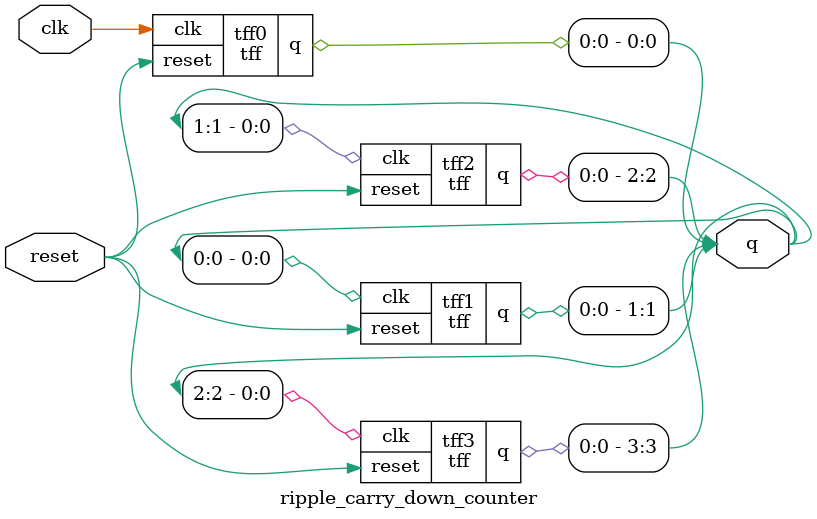
<source format=v>
module tff (q, clk, reset);
    output q;
    input clk, reset;
    reg q;

    always @(posedge reset or posedge clk) begin
        if (reset)
            q <= 1'b0;
        else
            q <= ~q; 
    end
endmodule


module ripple_carry_down_counter (q, clk, reset);
    output [3:0] q;    
    input clk, reset;  

   
    tff tff0(q[0], clk, reset);    
    tff tff1(q[1], q[0], reset); 
    tff tff2(q[2], q[1], reset); 
    tff tff3(q[3], q[2], reset); 
    
endmodule

</source>
